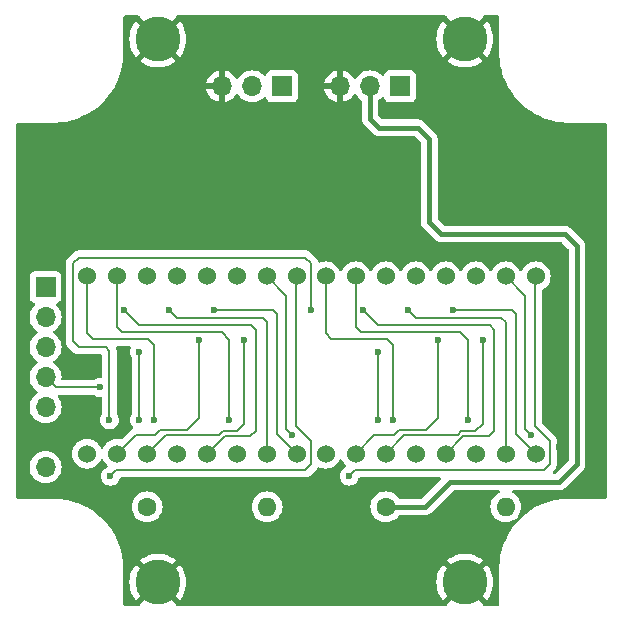
<source format=gtl>
G04 #@! TF.GenerationSoftware,KiCad,Pcbnew,8.0.2*
G04 #@! TF.CreationDate,2024-08-16T15:41:43+09:00*
G04 #@! TF.ProjectId,compatible_chan-v0-led,636f6d70-6174-4696-926c-655f6368616e,rev?*
G04 #@! TF.SameCoordinates,Original*
G04 #@! TF.FileFunction,Copper,L1,Top*
G04 #@! TF.FilePolarity,Positive*
%FSLAX46Y46*%
G04 Gerber Fmt 4.6, Leading zero omitted, Abs format (unit mm)*
G04 Created by KiCad (PCBNEW 8.0.2) date 2024-08-16 15:41:43*
%MOMM*%
%LPD*%
G01*
G04 APERTURE LIST*
G04 #@! TA.AperFunction,ComponentPad*
%ADD10C,3.800000*%
G04 #@! TD*
G04 #@! TA.AperFunction,ComponentPad*
%ADD11C,1.524000*%
G04 #@! TD*
G04 #@! TA.AperFunction,ComponentPad*
%ADD12C,1.600000*%
G04 #@! TD*
G04 #@! TA.AperFunction,ComponentPad*
%ADD13O,1.600000X1.600000*%
G04 #@! TD*
G04 #@! TA.AperFunction,ComponentPad*
%ADD14R,1.700000X1.700000*%
G04 #@! TD*
G04 #@! TA.AperFunction,ComponentPad*
%ADD15O,1.700000X1.700000*%
G04 #@! TD*
G04 #@! TA.AperFunction,ViaPad*
%ADD16C,0.600000*%
G04 #@! TD*
G04 #@! TA.AperFunction,Conductor*
%ADD17C,0.200000*%
G04 #@! TD*
G04 #@! TA.AperFunction,Conductor*
%ADD18C,0.400000*%
G04 #@! TD*
G04 APERTURE END LIST*
D10*
X82000000Y-93500000D03*
D11*
X113990000Y-67600000D03*
X111450000Y-67600000D03*
X108910000Y-67600000D03*
X106370000Y-67600000D03*
X103830000Y-67600000D03*
X101290000Y-67600000D03*
X98750000Y-67600000D03*
X96210000Y-67600000D03*
X96210000Y-82600000D03*
X98750000Y-82600000D03*
X101290000Y-82600000D03*
X103830000Y-82600000D03*
X106370000Y-82600000D03*
X108910000Y-82600000D03*
X111450000Y-82600000D03*
X113990000Y-82600000D03*
D10*
X82000000Y-47500000D03*
X108000000Y-47500000D03*
D12*
X101300000Y-87100000D03*
D13*
X111460000Y-87100000D03*
D10*
X108000000Y-93500000D03*
D11*
X93790000Y-67600000D03*
X91250000Y-67600000D03*
X88710000Y-67600000D03*
X86170000Y-67600000D03*
X83630000Y-67600000D03*
X81090000Y-67600000D03*
X78550000Y-67600000D03*
X76010000Y-67600000D03*
X76010000Y-82600000D03*
X78550000Y-82600000D03*
X81090000Y-82600000D03*
X83630000Y-82600000D03*
X86170000Y-82600000D03*
X88710000Y-82600000D03*
X91250000Y-82600000D03*
X93790000Y-82600000D03*
D12*
X81100000Y-87100000D03*
D13*
X91260000Y-87100000D03*
D14*
X102500000Y-51500000D03*
D15*
X99960000Y-51500000D03*
X97420000Y-51500000D03*
D14*
X92525000Y-51500000D03*
D15*
X89985000Y-51500000D03*
X87445000Y-51500000D03*
D14*
X72500000Y-68500000D03*
D15*
X72500000Y-71040000D03*
X72500000Y-73580000D03*
X72500000Y-76120000D03*
X72500000Y-78660000D03*
X72500000Y-81200000D03*
X72500000Y-83740000D03*
D16*
X100000000Y-59500000D03*
X106000000Y-65500000D03*
X103000000Y-47000000D03*
X77500000Y-56000000D03*
X115500000Y-62500000D03*
X75000000Y-79500000D03*
X97500000Y-65500000D03*
X87000000Y-94000000D03*
X99000000Y-94000000D03*
X103000000Y-94000000D03*
X86000000Y-56000000D03*
X116000000Y-82000000D03*
X77500000Y-61000000D03*
X86000000Y-58500000D03*
X99000000Y-91000000D03*
X86000000Y-61000000D03*
X79000000Y-75000000D03*
X119000000Y-68000000D03*
X119000000Y-73000000D03*
X118000000Y-59500000D03*
X116000000Y-73000000D03*
X100000000Y-65500000D03*
X72500000Y-58500000D03*
X79000000Y-74000000D03*
X107400000Y-87000000D03*
X95000000Y-47000000D03*
X95000000Y-94000000D03*
X116000000Y-78000000D03*
X91000000Y-47000000D03*
X75000000Y-81000000D03*
X103500000Y-59500000D03*
X118000000Y-62500000D03*
X112000000Y-65500000D03*
X91000000Y-94000000D03*
X95000000Y-86000000D03*
X90500000Y-56000000D03*
X75000000Y-56000000D03*
X119000000Y-85000000D03*
X88500000Y-56000000D03*
X119000000Y-82000000D03*
X71000000Y-82000000D03*
X103500000Y-62500000D03*
X115500000Y-59500000D03*
X100000000Y-62500000D03*
X77500000Y-58500000D03*
X95000000Y-55500000D03*
X119000000Y-78000000D03*
X103000000Y-91000000D03*
X97500000Y-62500000D03*
X75000000Y-58500000D03*
X87000000Y-91000000D03*
X115500000Y-56500000D03*
X91000000Y-91000000D03*
X109000000Y-65500000D03*
X72500000Y-61000000D03*
X118000000Y-56500000D03*
X99000000Y-47000000D03*
X97500000Y-55500000D03*
X95000000Y-91000000D03*
X75000000Y-61000000D03*
X71000000Y-80500000D03*
X87100000Y-87000000D03*
X95000000Y-62500000D03*
X72500000Y-56000000D03*
X87000000Y-47000000D03*
X79185000Y-70450000D03*
X78000000Y-84500000D03*
X82995000Y-70450000D03*
X86805000Y-70450000D03*
X89345000Y-73000000D03*
X81725000Y-79750000D03*
X88075000Y-79750000D03*
X80455000Y-79750000D03*
X80455000Y-74000000D03*
X85535000Y-73000000D03*
X93400000Y-81000000D03*
X109545000Y-73000000D03*
X107005000Y-70450000D03*
X105735000Y-73000000D03*
X108275000Y-79750000D03*
X101925000Y-79750000D03*
X100655000Y-74000000D03*
X100655000Y-79750000D03*
X113600000Y-81000000D03*
X99385000Y-70450000D03*
X98200000Y-84500000D03*
X103195000Y-70450000D03*
X77915000Y-79750000D03*
X95000000Y-70450000D03*
X77100000Y-77000000D03*
D17*
X89900000Y-71700000D02*
X80435000Y-71700000D01*
X80435000Y-71700000D02*
X79185000Y-70450000D01*
X90300000Y-72100000D02*
X89900000Y-71700000D01*
X89850000Y-81100000D02*
X90300000Y-80650000D01*
X90300000Y-80650000D02*
X90300000Y-72100000D01*
X87670000Y-81100000D02*
X89850000Y-81100000D01*
X86170000Y-82600000D02*
X87670000Y-81100000D01*
X86170000Y-82070000D02*
X86170000Y-82600000D01*
X95000000Y-81525736D02*
X93700000Y-80225736D01*
X94500000Y-84000000D02*
X95000000Y-83500000D01*
X78500000Y-84000000D02*
X94500000Y-84000000D01*
X95000000Y-83500000D02*
X95000000Y-81525736D01*
X93700000Y-67690000D02*
X93790000Y-67600000D01*
X93700000Y-80225736D02*
X93700000Y-67690000D01*
X78000000Y-84500000D02*
X78500000Y-84000000D01*
X91250000Y-82600000D02*
X91250000Y-71450000D01*
X91250000Y-71450000D02*
X90900000Y-71100000D01*
X90900000Y-71100000D02*
X83645000Y-71100000D01*
X83645000Y-71100000D02*
X82995000Y-70450000D01*
X92100000Y-70750000D02*
X91800000Y-70450000D01*
X92100000Y-80910000D02*
X92100000Y-70750000D01*
X93790000Y-82600000D02*
X92100000Y-80910000D01*
X91800000Y-70450000D02*
X86805000Y-70450000D01*
X89345000Y-73000000D02*
X89345000Y-80055000D01*
X89345000Y-80055000D02*
X88700000Y-80700000D01*
X88700000Y-80700000D02*
X87504314Y-80700000D01*
X87204314Y-81000000D02*
X82690000Y-81000000D01*
X82690000Y-81000000D02*
X81090000Y-82600000D01*
X87504314Y-80700000D02*
X87204314Y-81000000D01*
X76010000Y-67600000D02*
X76010000Y-72410000D01*
X76010000Y-72410000D02*
X76500000Y-72900000D01*
X81200000Y-72900000D02*
X81725000Y-73425000D01*
X76500000Y-72900000D02*
X81200000Y-72900000D01*
X81725000Y-73425000D02*
X81725000Y-79750000D01*
X79000000Y-72300000D02*
X78550000Y-71850000D01*
X87400000Y-72300000D02*
X79000000Y-72300000D01*
X88075000Y-79750000D02*
X88075000Y-72975000D01*
X88075000Y-72975000D02*
X87400000Y-72300000D01*
X78550000Y-71850000D02*
X78550000Y-67600000D01*
X80455000Y-74000000D02*
X80455000Y-79750000D01*
X80150000Y-81000000D02*
X78550000Y-82600000D01*
X81800000Y-81000000D02*
X80150000Y-81000000D01*
X82200000Y-80600000D02*
X81800000Y-81000000D01*
X84500000Y-80600000D02*
X82200000Y-80600000D01*
X85535000Y-73000000D02*
X85535000Y-79565000D01*
X85535000Y-79565000D02*
X84500000Y-80600000D01*
X92900000Y-69250000D02*
X91250000Y-67600000D01*
X92900000Y-80500000D02*
X92900000Y-69250000D01*
X93400000Y-81000000D02*
X92900000Y-80500000D01*
X102890000Y-81000000D02*
X101290000Y-82600000D01*
X107404314Y-81000000D02*
X102890000Y-81000000D01*
X109545000Y-80055000D02*
X108900000Y-80700000D01*
X107704314Y-80700000D02*
X107404314Y-81000000D01*
X108900000Y-80700000D02*
X107704314Y-80700000D01*
X109545000Y-73000000D02*
X109545000Y-80055000D01*
X113990000Y-82600000D02*
X112300000Y-80910000D01*
X112300000Y-80910000D02*
X112300000Y-70750000D01*
X112000000Y-70450000D02*
X107005000Y-70450000D01*
X112300000Y-70750000D02*
X112000000Y-70450000D01*
X113990000Y-82600000D02*
X114000000Y-82590000D01*
X102000000Y-81000000D02*
X100350000Y-81000000D01*
X105735000Y-73000000D02*
X105735000Y-79565000D01*
X104700000Y-80600000D02*
X102400000Y-80600000D01*
X102400000Y-80600000D02*
X102000000Y-81000000D01*
X105735000Y-79565000D02*
X104700000Y-80600000D01*
X100350000Y-81000000D02*
X98750000Y-82600000D01*
X98750000Y-71850000D02*
X98750000Y-67600000D01*
X108275000Y-79750000D02*
X108275000Y-72975000D01*
X107600000Y-72300000D02*
X99200000Y-72300000D01*
X108275000Y-72975000D02*
X107600000Y-72300000D01*
X99200000Y-72300000D02*
X98750000Y-71850000D01*
X101925000Y-73425000D02*
X101925000Y-79750000D01*
X101400000Y-72900000D02*
X101925000Y-73425000D01*
X96700000Y-72900000D02*
X101400000Y-72900000D01*
X96210000Y-67600000D02*
X96210000Y-72410000D01*
X96210000Y-72410000D02*
X96700000Y-72900000D01*
X104155000Y-67600000D02*
X103830000Y-67600000D01*
X100655000Y-74000000D02*
X100655000Y-79750000D01*
X113100000Y-80500000D02*
X113100000Y-69250000D01*
X113600000Y-81000000D02*
X113100000Y-80500000D01*
X113100000Y-69250000D02*
X111450000Y-67600000D01*
X110500000Y-80650000D02*
X110500000Y-72100000D01*
X106370000Y-82600000D02*
X107870000Y-81100000D01*
X100635000Y-71700000D02*
X99385000Y-70450000D01*
X110500000Y-72100000D02*
X110100000Y-71700000D01*
X107870000Y-81100000D02*
X110050000Y-81100000D01*
X110050000Y-81100000D02*
X110500000Y-80650000D01*
X106370000Y-82121471D02*
X106370000Y-82600000D01*
X110100000Y-71700000D02*
X100635000Y-71700000D01*
X115200000Y-81525736D02*
X113900000Y-80225736D01*
X98200000Y-84500000D02*
X98700000Y-84000000D01*
X115200000Y-83500000D02*
X115200000Y-81525736D01*
X98700000Y-84000000D02*
X114700000Y-84000000D01*
X113900000Y-80225736D02*
X113900000Y-67690000D01*
X114700000Y-84000000D02*
X115200000Y-83500000D01*
X113900000Y-67690000D02*
X113990000Y-67600000D01*
X111100000Y-71100000D02*
X103845000Y-71100000D01*
X111450000Y-82600000D02*
X111450000Y-71450000D01*
X103845000Y-71100000D02*
X103195000Y-70450000D01*
X111450000Y-71450000D02*
X111100000Y-71100000D01*
D18*
X99960000Y-51500000D02*
X99960000Y-54230000D01*
X100730000Y-55000000D02*
X104000000Y-55000000D01*
X99960000Y-54230000D02*
X100730000Y-55000000D01*
X106750000Y-85000000D02*
X104650000Y-87100000D01*
X104000000Y-55000000D02*
X105000000Y-56000000D01*
X104650000Y-87100000D02*
X101300000Y-87100000D01*
X105000000Y-63000000D02*
X106000000Y-64000000D01*
X106000000Y-64000000D02*
X116500000Y-64000000D01*
X105000000Y-56000000D02*
X105000000Y-63000000D01*
X116500000Y-64000000D02*
X117500000Y-65000000D01*
X116000000Y-85000000D02*
X106750000Y-85000000D01*
D17*
X72500000Y-83740000D02*
X72500000Y-84300000D01*
D18*
X117500000Y-65000000D02*
X117500000Y-83500000D01*
X117500000Y-83500000D02*
X116000000Y-85000000D01*
D17*
X72500000Y-83740000D02*
X72340000Y-83740000D01*
X74800000Y-66500000D02*
X75300000Y-66000000D01*
X75300000Y-66000000D02*
X94500000Y-66000000D01*
X94500000Y-66000000D02*
X95000000Y-66500000D01*
X77600000Y-73600000D02*
X75300000Y-73600000D01*
X77915000Y-79750000D02*
X77915000Y-73915000D01*
X95000000Y-66500000D02*
X95000000Y-70450000D01*
X74800000Y-73100000D02*
X74800000Y-66500000D01*
X75300000Y-73600000D02*
X74800000Y-73100000D01*
X77915000Y-73915000D02*
X77600000Y-73600000D01*
X73380000Y-77000000D02*
X72500000Y-76120000D01*
X77100000Y-77000000D02*
X73380000Y-77000000D01*
X102525000Y-51525000D02*
X102500000Y-51500000D01*
G04 #@! TA.AperFunction,Conductor*
G36*
X80429890Y-45520185D02*
G01*
X80475645Y-45572989D01*
X80486187Y-45632634D01*
X81417262Y-46563709D01*
X81283398Y-46660967D01*
X81160967Y-46783398D01*
X81063709Y-46917262D01*
X80135311Y-45988864D01*
X80054520Y-46086525D01*
X80054518Y-46086528D01*
X79892707Y-46341502D01*
X79892704Y-46341508D01*
X79764127Y-46614747D01*
X79764125Y-46614752D01*
X79670805Y-46901959D01*
X79614216Y-47198609D01*
X79614215Y-47198616D01*
X79595255Y-47499994D01*
X79595255Y-47500005D01*
X79614215Y-47801383D01*
X79614216Y-47801390D01*
X79670805Y-48098040D01*
X79764125Y-48385247D01*
X79764127Y-48385252D01*
X79892704Y-48658491D01*
X79892707Y-48658497D01*
X80054516Y-48913469D01*
X80135311Y-49011133D01*
X81063708Y-48082736D01*
X81160967Y-48216602D01*
X81283398Y-48339033D01*
X81417262Y-48436290D01*
X80486564Y-49366987D01*
X80486565Y-49366989D01*
X80711461Y-49530385D01*
X80711479Y-49530397D01*
X80976109Y-49675878D01*
X80976117Y-49675882D01*
X81256889Y-49787047D01*
X81256892Y-49787048D01*
X81549399Y-49862150D01*
X81848995Y-49899999D01*
X81849007Y-49900000D01*
X82150993Y-49900000D01*
X82151004Y-49899999D01*
X82450600Y-49862150D01*
X82743107Y-49787048D01*
X82743110Y-49787047D01*
X83023882Y-49675882D01*
X83023890Y-49675878D01*
X83288520Y-49530397D01*
X83288530Y-49530390D01*
X83513433Y-49366987D01*
X83513434Y-49366987D01*
X82582737Y-48436290D01*
X82716602Y-48339033D01*
X82839033Y-48216602D01*
X82936290Y-48082737D01*
X83864687Y-49011134D01*
X83945486Y-48913464D01*
X84107292Y-48658497D01*
X84107295Y-48658491D01*
X84235872Y-48385252D01*
X84235874Y-48385247D01*
X84329194Y-48098040D01*
X84385783Y-47801390D01*
X84385784Y-47801383D01*
X84404745Y-47500005D01*
X84404745Y-47499994D01*
X84385784Y-47198616D01*
X84385783Y-47198609D01*
X84329194Y-46901959D01*
X84235874Y-46614752D01*
X84235872Y-46614747D01*
X84107295Y-46341508D01*
X84107292Y-46341502D01*
X83945483Y-46086530D01*
X83864686Y-45988864D01*
X82936289Y-46917261D01*
X82839033Y-46783398D01*
X82716602Y-46660967D01*
X82582736Y-46563709D01*
X83513878Y-45632567D01*
X83527895Y-45565851D01*
X83576946Y-45516095D01*
X83637148Y-45500500D01*
X106362851Y-45500500D01*
X106429890Y-45520185D01*
X106475645Y-45572989D01*
X106486187Y-45632634D01*
X107417262Y-46563709D01*
X107283398Y-46660967D01*
X107160967Y-46783398D01*
X107063709Y-46917262D01*
X106135311Y-45988864D01*
X106054520Y-46086525D01*
X106054518Y-46086528D01*
X105892707Y-46341502D01*
X105892704Y-46341508D01*
X105764127Y-46614747D01*
X105764125Y-46614752D01*
X105670805Y-46901959D01*
X105614216Y-47198609D01*
X105614215Y-47198616D01*
X105595255Y-47499994D01*
X105595255Y-47500005D01*
X105614215Y-47801383D01*
X105614216Y-47801390D01*
X105670805Y-48098040D01*
X105764125Y-48385247D01*
X105764127Y-48385252D01*
X105892704Y-48658491D01*
X105892707Y-48658497D01*
X106054516Y-48913469D01*
X106135311Y-49011133D01*
X107063708Y-48082736D01*
X107160967Y-48216602D01*
X107283398Y-48339033D01*
X107417262Y-48436290D01*
X106486564Y-49366987D01*
X106486565Y-49366989D01*
X106711461Y-49530385D01*
X106711479Y-49530397D01*
X106976109Y-49675878D01*
X106976117Y-49675882D01*
X107256889Y-49787047D01*
X107256892Y-49787048D01*
X107549399Y-49862150D01*
X107848995Y-49899999D01*
X107849007Y-49900000D01*
X108150993Y-49900000D01*
X108151004Y-49899999D01*
X108450600Y-49862150D01*
X108743107Y-49787048D01*
X108743110Y-49787047D01*
X109023882Y-49675882D01*
X109023890Y-49675878D01*
X109288520Y-49530397D01*
X109288530Y-49530390D01*
X109513433Y-49366987D01*
X109513434Y-49366987D01*
X108582737Y-48436290D01*
X108716602Y-48339033D01*
X108839033Y-48216602D01*
X108936290Y-48082737D01*
X109864687Y-49011134D01*
X109945486Y-48913464D01*
X110107292Y-48658497D01*
X110107295Y-48658491D01*
X110235872Y-48385252D01*
X110235874Y-48385247D01*
X110329194Y-48098040D01*
X110385783Y-47801390D01*
X110385784Y-47801383D01*
X110404745Y-47500005D01*
X110404745Y-47499994D01*
X110385784Y-47198616D01*
X110385783Y-47198609D01*
X110329194Y-46901959D01*
X110235874Y-46614752D01*
X110235872Y-46614747D01*
X110107295Y-46341508D01*
X110107292Y-46341502D01*
X109945483Y-46086530D01*
X109864686Y-45988864D01*
X108936289Y-46917261D01*
X108839033Y-46783398D01*
X108716602Y-46660967D01*
X108582736Y-46563709D01*
X109513878Y-45632567D01*
X109527895Y-45565851D01*
X109576946Y-45516095D01*
X109637148Y-45500500D01*
X110775500Y-45500500D01*
X110842539Y-45520185D01*
X110888294Y-45572989D01*
X110899500Y-45624500D01*
X110899500Y-48835765D01*
X110936495Y-49305827D01*
X111010257Y-49771543D01*
X111032010Y-49862150D01*
X111119385Y-50226097D01*
X111120331Y-50230035D01*
X111151500Y-50325964D01*
X111266036Y-50678472D01*
X111388670Y-50974536D01*
X111446482Y-51114106D01*
X111660548Y-51534234D01*
X111660553Y-51534242D01*
X111660555Y-51534246D01*
X111660558Y-51534252D01*
X111906910Y-51936261D01*
X111906915Y-51936268D01*
X111906917Y-51936271D01*
X112056229Y-52141781D01*
X112184064Y-52317732D01*
X112184075Y-52317746D01*
X112372613Y-52538496D01*
X112490298Y-52676287D01*
X112823713Y-53009702D01*
X113182260Y-53315930D01*
X113563729Y-53593083D01*
X113563733Y-53593085D01*
X113563738Y-53593089D01*
X113965747Y-53839441D01*
X113965752Y-53839443D01*
X113965766Y-53839452D01*
X114385894Y-54053518D01*
X114821522Y-54233961D01*
X114821527Y-54233963D01*
X114911452Y-54263181D01*
X115269965Y-54379669D01*
X115728457Y-54489743D01*
X116194173Y-54563505D01*
X116664240Y-54600500D01*
X116834108Y-54600500D01*
X119875500Y-54600500D01*
X119942539Y-54620185D01*
X119988294Y-54672989D01*
X119999500Y-54724500D01*
X119999500Y-86275500D01*
X119979815Y-86342539D01*
X119927011Y-86388294D01*
X119875500Y-86399500D01*
X116664234Y-86399500D01*
X116194172Y-86436495D01*
X116194171Y-86436495D01*
X115728462Y-86510256D01*
X115728459Y-86510256D01*
X115728457Y-86510257D01*
X115564258Y-86549677D01*
X115269976Y-86620328D01*
X115269970Y-86620329D01*
X115269965Y-86620331D01*
X115269953Y-86620335D01*
X114821527Y-86766036D01*
X114385896Y-86946481D01*
X114385894Y-86946482D01*
X113965766Y-87160548D01*
X113965762Y-87160550D01*
X113965753Y-87160555D01*
X113965747Y-87160558D01*
X113563738Y-87406910D01*
X113563727Y-87406918D01*
X113182267Y-87684064D01*
X113182253Y-87684075D01*
X112823719Y-87990292D01*
X112823705Y-87990305D01*
X112490305Y-88323705D01*
X112490292Y-88323719D01*
X112184075Y-88682253D01*
X112184064Y-88682267D01*
X111906918Y-89063727D01*
X111906910Y-89063738D01*
X111660558Y-89465747D01*
X111660555Y-89465753D01*
X111446481Y-89885896D01*
X111266036Y-90321527D01*
X111130298Y-90739286D01*
X111120331Y-90769965D01*
X111013980Y-91212952D01*
X111010256Y-91228462D01*
X110936495Y-91694171D01*
X110936495Y-91694172D01*
X110899500Y-92164234D01*
X110899500Y-95375500D01*
X110879815Y-95442539D01*
X110827011Y-95488294D01*
X110775500Y-95499500D01*
X109637148Y-95499500D01*
X109570109Y-95479815D01*
X109524354Y-95427011D01*
X109513811Y-95367364D01*
X108582737Y-94436290D01*
X108716602Y-94339033D01*
X108839033Y-94216602D01*
X108936290Y-94082737D01*
X109864687Y-95011134D01*
X109945486Y-94913464D01*
X110107292Y-94658497D01*
X110107295Y-94658491D01*
X110235872Y-94385252D01*
X110235874Y-94385247D01*
X110329194Y-94098040D01*
X110385783Y-93801390D01*
X110385784Y-93801383D01*
X110404745Y-93500005D01*
X110404745Y-93499994D01*
X110385784Y-93198616D01*
X110385783Y-93198609D01*
X110329194Y-92901959D01*
X110235874Y-92614752D01*
X110235872Y-92614747D01*
X110107295Y-92341508D01*
X110107292Y-92341502D01*
X109945483Y-92086530D01*
X109864686Y-91988864D01*
X108936289Y-92917261D01*
X108839033Y-92783398D01*
X108716602Y-92660967D01*
X108582736Y-92563709D01*
X109513434Y-91633011D01*
X109513433Y-91633009D01*
X109288538Y-91469614D01*
X109288520Y-91469602D01*
X109023890Y-91324121D01*
X109023882Y-91324117D01*
X108743110Y-91212952D01*
X108743107Y-91212951D01*
X108450600Y-91137849D01*
X108151004Y-91100000D01*
X107848995Y-91100000D01*
X107549399Y-91137849D01*
X107256892Y-91212951D01*
X107256889Y-91212952D01*
X106976117Y-91324117D01*
X106976109Y-91324121D01*
X106711476Y-91469604D01*
X106711471Y-91469607D01*
X106486565Y-91633010D01*
X106486564Y-91633011D01*
X107417262Y-92563709D01*
X107283398Y-92660967D01*
X107160967Y-92783398D01*
X107063709Y-92917262D01*
X106135311Y-91988864D01*
X106054520Y-92086525D01*
X106054518Y-92086528D01*
X105892707Y-92341502D01*
X105892704Y-92341508D01*
X105764127Y-92614747D01*
X105764125Y-92614752D01*
X105670805Y-92901959D01*
X105614216Y-93198609D01*
X105614215Y-93198616D01*
X105595255Y-93499994D01*
X105595255Y-93500005D01*
X105614215Y-93801383D01*
X105614216Y-93801390D01*
X105670805Y-94098040D01*
X105764125Y-94385247D01*
X105764127Y-94385252D01*
X105892704Y-94658491D01*
X105892707Y-94658497D01*
X106054516Y-94913469D01*
X106135311Y-95011133D01*
X107063708Y-94082736D01*
X107160967Y-94216602D01*
X107283398Y-94339033D01*
X107417262Y-94436290D01*
X106486120Y-95367431D01*
X106472104Y-95434149D01*
X106423053Y-95483905D01*
X106362851Y-95499500D01*
X83637148Y-95499500D01*
X83570109Y-95479815D01*
X83524354Y-95427011D01*
X83513811Y-95367364D01*
X82582737Y-94436290D01*
X82716602Y-94339033D01*
X82839033Y-94216602D01*
X82936290Y-94082737D01*
X83864687Y-95011134D01*
X83945486Y-94913464D01*
X84107292Y-94658497D01*
X84107295Y-94658491D01*
X84235872Y-94385252D01*
X84235874Y-94385247D01*
X84329194Y-94098040D01*
X84385783Y-93801390D01*
X84385784Y-93801383D01*
X84404745Y-93500005D01*
X84404745Y-93499994D01*
X84385784Y-93198616D01*
X84385783Y-93198609D01*
X84329194Y-92901959D01*
X84235874Y-92614752D01*
X84235872Y-92614747D01*
X84107295Y-92341508D01*
X84107292Y-92341502D01*
X83945483Y-92086530D01*
X83864686Y-91988864D01*
X82936289Y-92917261D01*
X82839033Y-92783398D01*
X82716602Y-92660967D01*
X82582736Y-92563709D01*
X83513434Y-91633011D01*
X83513433Y-91633009D01*
X83288538Y-91469614D01*
X83288520Y-91469602D01*
X83023890Y-91324121D01*
X83023882Y-91324117D01*
X82743110Y-91212952D01*
X82743107Y-91212951D01*
X82450600Y-91137849D01*
X82151004Y-91100000D01*
X81848995Y-91100000D01*
X81549399Y-91137849D01*
X81256892Y-91212951D01*
X81256889Y-91212952D01*
X80976117Y-91324117D01*
X80976109Y-91324121D01*
X80711476Y-91469604D01*
X80711471Y-91469607D01*
X80486565Y-91633010D01*
X80486564Y-91633011D01*
X81417262Y-92563709D01*
X81283398Y-92660967D01*
X81160967Y-92783398D01*
X81063709Y-92917262D01*
X80135311Y-91988864D01*
X80054520Y-92086525D01*
X80054518Y-92086528D01*
X79892707Y-92341502D01*
X79892704Y-92341508D01*
X79764127Y-92614747D01*
X79764125Y-92614752D01*
X79670805Y-92901959D01*
X79614216Y-93198609D01*
X79614215Y-93198616D01*
X79595255Y-93499994D01*
X79595255Y-93500005D01*
X79614215Y-93801383D01*
X79614216Y-93801390D01*
X79670805Y-94098040D01*
X79764125Y-94385247D01*
X79764127Y-94385252D01*
X79892704Y-94658491D01*
X79892707Y-94658497D01*
X80054516Y-94913469D01*
X80135311Y-95011133D01*
X81063708Y-94082736D01*
X81160967Y-94216602D01*
X81283398Y-94339033D01*
X81417262Y-94436290D01*
X80486120Y-95367431D01*
X80472104Y-95434149D01*
X80423053Y-95483905D01*
X80362851Y-95499500D01*
X79224500Y-95499500D01*
X79157461Y-95479815D01*
X79111706Y-95427011D01*
X79100500Y-95375500D01*
X79100500Y-92164247D01*
X79100500Y-92164240D01*
X79063505Y-91694173D01*
X78989743Y-91228457D01*
X78879669Y-90769965D01*
X78733961Y-90321522D01*
X78553518Y-89885894D01*
X78339452Y-89465766D01*
X78339443Y-89465752D01*
X78339441Y-89465747D01*
X78093089Y-89063738D01*
X78093085Y-89063733D01*
X78093083Y-89063729D01*
X77815930Y-88682260D01*
X77509702Y-88323713D01*
X77176287Y-87990298D01*
X77116390Y-87939141D01*
X76817746Y-87684075D01*
X76817732Y-87684064D01*
X76436272Y-87406918D01*
X76436261Y-87406910D01*
X76034252Y-87160558D01*
X76034246Y-87160555D01*
X76034242Y-87160553D01*
X76034234Y-87160548D01*
X75915398Y-87099998D01*
X79794532Y-87099998D01*
X79794532Y-87100001D01*
X79814364Y-87326686D01*
X79814366Y-87326697D01*
X79873258Y-87546488D01*
X79873261Y-87546497D01*
X79969431Y-87752732D01*
X79969432Y-87752734D01*
X80099954Y-87939141D01*
X80260858Y-88100045D01*
X80260861Y-88100047D01*
X80447266Y-88230568D01*
X80653504Y-88326739D01*
X80873308Y-88385635D01*
X81035230Y-88399801D01*
X81099998Y-88405468D01*
X81100000Y-88405468D01*
X81100002Y-88405468D01*
X81156673Y-88400509D01*
X81326692Y-88385635D01*
X81546496Y-88326739D01*
X81752734Y-88230568D01*
X81939139Y-88100047D01*
X82100047Y-87939139D01*
X82230568Y-87752734D01*
X82326739Y-87546496D01*
X82385635Y-87326692D01*
X82405468Y-87100000D01*
X82405468Y-87099998D01*
X89954532Y-87099998D01*
X89954532Y-87100001D01*
X89974364Y-87326686D01*
X89974366Y-87326697D01*
X90033258Y-87546488D01*
X90033261Y-87546497D01*
X90129431Y-87752732D01*
X90129432Y-87752734D01*
X90259954Y-87939141D01*
X90420858Y-88100045D01*
X90420861Y-88100047D01*
X90607266Y-88230568D01*
X90813504Y-88326739D01*
X91033308Y-88385635D01*
X91195230Y-88399801D01*
X91259998Y-88405468D01*
X91260000Y-88405468D01*
X91260002Y-88405468D01*
X91316673Y-88400509D01*
X91486692Y-88385635D01*
X91706496Y-88326739D01*
X91912734Y-88230568D01*
X92099139Y-88100047D01*
X92260047Y-87939139D01*
X92390568Y-87752734D01*
X92486739Y-87546496D01*
X92545635Y-87326692D01*
X92565468Y-87100000D01*
X92545635Y-86873308D01*
X92486739Y-86653504D01*
X92390568Y-86447266D01*
X92260047Y-86260861D01*
X92260045Y-86260858D01*
X92099141Y-86099954D01*
X91912734Y-85969432D01*
X91912732Y-85969431D01*
X91706497Y-85873261D01*
X91706488Y-85873258D01*
X91486697Y-85814366D01*
X91486693Y-85814365D01*
X91486692Y-85814365D01*
X91486691Y-85814364D01*
X91486686Y-85814364D01*
X91260002Y-85794532D01*
X91259998Y-85794532D01*
X91033313Y-85814364D01*
X91033302Y-85814366D01*
X90813511Y-85873258D01*
X90813502Y-85873261D01*
X90607267Y-85969431D01*
X90607265Y-85969432D01*
X90420858Y-86099954D01*
X90259954Y-86260858D01*
X90129432Y-86447265D01*
X90129431Y-86447267D01*
X90033261Y-86653502D01*
X90033258Y-86653511D01*
X89974366Y-86873302D01*
X89974364Y-86873313D01*
X89954532Y-87099998D01*
X82405468Y-87099998D01*
X82385635Y-86873308D01*
X82326739Y-86653504D01*
X82230568Y-86447266D01*
X82100047Y-86260861D01*
X82100045Y-86260858D01*
X81939141Y-86099954D01*
X81752734Y-85969432D01*
X81752732Y-85969431D01*
X81546497Y-85873261D01*
X81546488Y-85873258D01*
X81326697Y-85814366D01*
X81326693Y-85814365D01*
X81326692Y-85814365D01*
X81326691Y-85814364D01*
X81326686Y-85814364D01*
X81100002Y-85794532D01*
X81099998Y-85794532D01*
X80873313Y-85814364D01*
X80873302Y-85814366D01*
X80653511Y-85873258D01*
X80653502Y-85873261D01*
X80447267Y-85969431D01*
X80447265Y-85969432D01*
X80260858Y-86099954D01*
X80099954Y-86260858D01*
X79969432Y-86447265D01*
X79969431Y-86447267D01*
X79873261Y-86653502D01*
X79873258Y-86653511D01*
X79814366Y-86873302D01*
X79814364Y-86873313D01*
X79794532Y-87099998D01*
X75915398Y-87099998D01*
X75614106Y-86946482D01*
X75474536Y-86888670D01*
X75178472Y-86766036D01*
X74859402Y-86662364D01*
X74730035Y-86620331D01*
X74271543Y-86510257D01*
X73805827Y-86436495D01*
X73335765Y-86399500D01*
X73335760Y-86399500D01*
X73165892Y-86399500D01*
X70124500Y-86399500D01*
X70057461Y-86379815D01*
X70011706Y-86327011D01*
X70000500Y-86275500D01*
X70000500Y-83739999D01*
X71144341Y-83739999D01*
X71144341Y-83740000D01*
X71164936Y-83975403D01*
X71164938Y-83975413D01*
X71226094Y-84203655D01*
X71226096Y-84203659D01*
X71226097Y-84203663D01*
X71280696Y-84320750D01*
X71325965Y-84417830D01*
X71325967Y-84417834D01*
X71425217Y-84559576D01*
X71461505Y-84611401D01*
X71628599Y-84778495D01*
X71667456Y-84805703D01*
X71822165Y-84914032D01*
X71822167Y-84914033D01*
X71822170Y-84914035D01*
X72036337Y-85013903D01*
X72264592Y-85075063D01*
X72452918Y-85091539D01*
X72499999Y-85095659D01*
X72500000Y-85095659D01*
X72500001Y-85095659D01*
X72539234Y-85092226D01*
X72735408Y-85075063D01*
X72963663Y-85013903D01*
X73177830Y-84914035D01*
X73371401Y-84778495D01*
X73538495Y-84611401D01*
X73674035Y-84417830D01*
X73773903Y-84203663D01*
X73835063Y-83975408D01*
X73855659Y-83740000D01*
X73835063Y-83504592D01*
X73773903Y-83276337D01*
X73674035Y-83062171D01*
X73653926Y-83033451D01*
X73538494Y-82868597D01*
X73371402Y-82701506D01*
X73371395Y-82701501D01*
X73177834Y-82565967D01*
X73177830Y-82565965D01*
X73177828Y-82565964D01*
X72963663Y-82466097D01*
X72963659Y-82466096D01*
X72963655Y-82466094D01*
X72735413Y-82404938D01*
X72735403Y-82404936D01*
X72500001Y-82384341D01*
X72499999Y-82384341D01*
X72264596Y-82404936D01*
X72264586Y-82404938D01*
X72036344Y-82466094D01*
X72036335Y-82466098D01*
X71822171Y-82565964D01*
X71822169Y-82565965D01*
X71628597Y-82701505D01*
X71461505Y-82868597D01*
X71325965Y-83062169D01*
X71325964Y-83062171D01*
X71226098Y-83276335D01*
X71226094Y-83276344D01*
X71164938Y-83504586D01*
X71164936Y-83504596D01*
X71144341Y-83739999D01*
X70000500Y-83739999D01*
X70000500Y-71039999D01*
X71144341Y-71039999D01*
X71144341Y-71040000D01*
X71164936Y-71275403D01*
X71164938Y-71275413D01*
X71226094Y-71503655D01*
X71226096Y-71503659D01*
X71226097Y-71503663D01*
X71271610Y-71601265D01*
X71325965Y-71717830D01*
X71325967Y-71717834D01*
X71461501Y-71911395D01*
X71461506Y-71911402D01*
X71628597Y-72078493D01*
X71628603Y-72078498D01*
X71814158Y-72208425D01*
X71857783Y-72263002D01*
X71864977Y-72332500D01*
X71833454Y-72394855D01*
X71814158Y-72411575D01*
X71628597Y-72541505D01*
X71461505Y-72708597D01*
X71325965Y-72902169D01*
X71325964Y-72902171D01*
X71226098Y-73116335D01*
X71226094Y-73116344D01*
X71164938Y-73344586D01*
X71164936Y-73344596D01*
X71144341Y-73579999D01*
X71144341Y-73580000D01*
X71164936Y-73815403D01*
X71164938Y-73815413D01*
X71226094Y-74043655D01*
X71226096Y-74043659D01*
X71226097Y-74043663D01*
X71280149Y-74159577D01*
X71325965Y-74257830D01*
X71325967Y-74257834D01*
X71461501Y-74451395D01*
X71461506Y-74451402D01*
X71628597Y-74618493D01*
X71628603Y-74618498D01*
X71814158Y-74748425D01*
X71857783Y-74803002D01*
X71864977Y-74872500D01*
X71833454Y-74934855D01*
X71814158Y-74951575D01*
X71628597Y-75081505D01*
X71461505Y-75248597D01*
X71325965Y-75442169D01*
X71325964Y-75442171D01*
X71226098Y-75656335D01*
X71226094Y-75656344D01*
X71164938Y-75884586D01*
X71164936Y-75884596D01*
X71144341Y-76119999D01*
X71144341Y-76120000D01*
X71164936Y-76355403D01*
X71164938Y-76355413D01*
X71226094Y-76583655D01*
X71226096Y-76583659D01*
X71226097Y-76583663D01*
X71325965Y-76797830D01*
X71325967Y-76797834D01*
X71461501Y-76991395D01*
X71461506Y-76991402D01*
X71628597Y-77158493D01*
X71628603Y-77158498D01*
X71814158Y-77288425D01*
X71857783Y-77343002D01*
X71864977Y-77412500D01*
X71833454Y-77474855D01*
X71814158Y-77491575D01*
X71628597Y-77621505D01*
X71461505Y-77788597D01*
X71325965Y-77982169D01*
X71325964Y-77982171D01*
X71226098Y-78196335D01*
X71226094Y-78196344D01*
X71164938Y-78424586D01*
X71164936Y-78424596D01*
X71144341Y-78659999D01*
X71144341Y-78660000D01*
X71164936Y-78895403D01*
X71164938Y-78895413D01*
X71226094Y-79123655D01*
X71226096Y-79123659D01*
X71226097Y-79123663D01*
X71313405Y-79310894D01*
X71325965Y-79337830D01*
X71325967Y-79337834D01*
X71424344Y-79478330D01*
X71461505Y-79531401D01*
X71628599Y-79698495D01*
X71702150Y-79749996D01*
X71822165Y-79834032D01*
X71822167Y-79834033D01*
X71822170Y-79834035D01*
X72036337Y-79933903D01*
X72264592Y-79995063D01*
X72452918Y-80011539D01*
X72499999Y-80015659D01*
X72500000Y-80015659D01*
X72500001Y-80015659D01*
X72539234Y-80012226D01*
X72735408Y-79995063D01*
X72963663Y-79933903D01*
X73177830Y-79834035D01*
X73371401Y-79698495D01*
X73538495Y-79531401D01*
X73674035Y-79337830D01*
X73773903Y-79123663D01*
X73835063Y-78895408D01*
X73855659Y-78660000D01*
X73835063Y-78424592D01*
X73773903Y-78196337D01*
X73674035Y-77982171D01*
X73630610Y-77920153D01*
X73543414Y-77795623D01*
X73521087Y-77729417D01*
X73538097Y-77661650D01*
X73589045Y-77613837D01*
X73644989Y-77600500D01*
X76517588Y-77600500D01*
X76584627Y-77620185D01*
X76594903Y-77627555D01*
X76597736Y-77629814D01*
X76597738Y-77629816D01*
X76750478Y-77725789D01*
X76885499Y-77773035D01*
X76920745Y-77785368D01*
X76920750Y-77785369D01*
X77099996Y-77805565D01*
X77100000Y-77805565D01*
X77100004Y-77805565D01*
X77176617Y-77796933D01*
X77245439Y-77808988D01*
X77296818Y-77856337D01*
X77314500Y-77920153D01*
X77314500Y-79167587D01*
X77294815Y-79234626D01*
X77287450Y-79244896D01*
X77285186Y-79247734D01*
X77189211Y-79400476D01*
X77129631Y-79570745D01*
X77129630Y-79570750D01*
X77109435Y-79749996D01*
X77109435Y-79750003D01*
X77129630Y-79929249D01*
X77129631Y-79929254D01*
X77189211Y-80099523D01*
X77248762Y-80194297D01*
X77285184Y-80252262D01*
X77412738Y-80379816D01*
X77565478Y-80475789D01*
X77690337Y-80519479D01*
X77735745Y-80535368D01*
X77735750Y-80535369D01*
X77914996Y-80555565D01*
X77915000Y-80555565D01*
X77915004Y-80555565D01*
X78094249Y-80535369D01*
X78094252Y-80535368D01*
X78094255Y-80535368D01*
X78264522Y-80475789D01*
X78417262Y-80379816D01*
X78544816Y-80252262D01*
X78640789Y-80099522D01*
X78700368Y-79929255D01*
X78711097Y-79834032D01*
X78720565Y-79750003D01*
X78720565Y-79749996D01*
X78700369Y-79570750D01*
X78700368Y-79570745D01*
X78668037Y-79478348D01*
X78640789Y-79400478D01*
X78544816Y-79247738D01*
X78544814Y-79247736D01*
X78544813Y-79247734D01*
X78542550Y-79244896D01*
X78541659Y-79242715D01*
X78541111Y-79241842D01*
X78541264Y-79241745D01*
X78516144Y-79180209D01*
X78515500Y-79167587D01*
X78515500Y-73835944D01*
X78515499Y-73835938D01*
X78510949Y-73818959D01*
X78507361Y-73805565D01*
X78474577Y-73683215D01*
X78474575Y-73683212D01*
X78474575Y-73683210D01*
X78471465Y-73675701D01*
X78473636Y-73674801D01*
X78460001Y-73618605D01*
X78482851Y-73552577D01*
X78537770Y-73509384D01*
X78583861Y-73500500D01*
X79606928Y-73500500D01*
X79673967Y-73520185D01*
X79719722Y-73572989D01*
X79729666Y-73642147D01*
X79723970Y-73665454D01*
X79669632Y-73820742D01*
X79669630Y-73820750D01*
X79649435Y-73999996D01*
X79649435Y-74000003D01*
X79669630Y-74179249D01*
X79669631Y-74179254D01*
X79729211Y-74349523D01*
X79825185Y-74502263D01*
X79827445Y-74505097D01*
X79828334Y-74507275D01*
X79828889Y-74508158D01*
X79828734Y-74508255D01*
X79853855Y-74569783D01*
X79854500Y-74582412D01*
X79854500Y-79167587D01*
X79834815Y-79234626D01*
X79827450Y-79244896D01*
X79825186Y-79247734D01*
X79729211Y-79400476D01*
X79669631Y-79570745D01*
X79669630Y-79570750D01*
X79649435Y-79749996D01*
X79649435Y-79750003D01*
X79669630Y-79929249D01*
X79669631Y-79929254D01*
X79729211Y-80099523D01*
X79825184Y-80252262D01*
X79864256Y-80291334D01*
X79897741Y-80352657D01*
X79892757Y-80422349D01*
X79850885Y-80478282D01*
X79838576Y-80486402D01*
X79781284Y-80519479D01*
X78961679Y-81339084D01*
X78900356Y-81372569D01*
X78841906Y-81371178D01*
X78770076Y-81351932D01*
X78770073Y-81351931D01*
X78770068Y-81351930D01*
X78770065Y-81351929D01*
X78770062Y-81351929D01*
X78550002Y-81332677D01*
X78549998Y-81332677D01*
X78329937Y-81351929D01*
X78329929Y-81351930D01*
X78116554Y-81409104D01*
X78116548Y-81409107D01*
X77916340Y-81502465D01*
X77916338Y-81502466D01*
X77735377Y-81629175D01*
X77579175Y-81785377D01*
X77452466Y-81966338D01*
X77452465Y-81966340D01*
X77392382Y-82095189D01*
X77346209Y-82147628D01*
X77279016Y-82166780D01*
X77212135Y-82146564D01*
X77167618Y-82095189D01*
X77107534Y-81966340D01*
X77107533Y-81966338D01*
X76980827Y-81785381D01*
X76909284Y-81713838D01*
X76824620Y-81629174D01*
X76824616Y-81629171D01*
X76824615Y-81629170D01*
X76643666Y-81502468D01*
X76643662Y-81502466D01*
X76610499Y-81487002D01*
X76443450Y-81409106D01*
X76443447Y-81409105D01*
X76443445Y-81409104D01*
X76230070Y-81351930D01*
X76230062Y-81351929D01*
X76010002Y-81332677D01*
X76009998Y-81332677D01*
X75789937Y-81351929D01*
X75789929Y-81351930D01*
X75576554Y-81409104D01*
X75576548Y-81409107D01*
X75376340Y-81502465D01*
X75376338Y-81502466D01*
X75195377Y-81629175D01*
X75039175Y-81785377D01*
X74912466Y-81966338D01*
X74912465Y-81966340D01*
X74819107Y-82166548D01*
X74819104Y-82166554D01*
X74761930Y-82379929D01*
X74761929Y-82379937D01*
X74742677Y-82599997D01*
X74742677Y-82600002D01*
X74761929Y-82820062D01*
X74761930Y-82820070D01*
X74819104Y-83033445D01*
X74819105Y-83033447D01*
X74819106Y-83033450D01*
X74832498Y-83062169D01*
X74912466Y-83233662D01*
X74912468Y-83233666D01*
X75039170Y-83414615D01*
X75039175Y-83414621D01*
X75195378Y-83570824D01*
X75195384Y-83570829D01*
X75376333Y-83697531D01*
X75376335Y-83697532D01*
X75376338Y-83697534D01*
X75576550Y-83790894D01*
X75789932Y-83848070D01*
X75947123Y-83861822D01*
X76009998Y-83867323D01*
X76010000Y-83867323D01*
X76010002Y-83867323D01*
X76065017Y-83862509D01*
X76230068Y-83848070D01*
X76443450Y-83790894D01*
X76643662Y-83697534D01*
X76824620Y-83570826D01*
X76980826Y-83414620D01*
X77107534Y-83233662D01*
X77167618Y-83104811D01*
X77213790Y-83052371D01*
X77280983Y-83033219D01*
X77347865Y-83053435D01*
X77392382Y-83104811D01*
X77452464Y-83233658D01*
X77452468Y-83233666D01*
X77579170Y-83414615D01*
X77579175Y-83414621D01*
X77724493Y-83559939D01*
X77757978Y-83621262D01*
X77752994Y-83690954D01*
X77711122Y-83746887D01*
X77677767Y-83764661D01*
X77650480Y-83774209D01*
X77497737Y-83870184D01*
X77370184Y-83997737D01*
X77274211Y-84150476D01*
X77214631Y-84320745D01*
X77214630Y-84320750D01*
X77194435Y-84499996D01*
X77194435Y-84500003D01*
X77214630Y-84679249D01*
X77214631Y-84679254D01*
X77274211Y-84849523D01*
X77314747Y-84914035D01*
X77370184Y-85002262D01*
X77497738Y-85129816D01*
X77650478Y-85225789D01*
X77820745Y-85285368D01*
X77820750Y-85285369D01*
X77999996Y-85305565D01*
X78000000Y-85305565D01*
X78000004Y-85305565D01*
X78179249Y-85285369D01*
X78179252Y-85285368D01*
X78179255Y-85285368D01*
X78349522Y-85225789D01*
X78502262Y-85129816D01*
X78629816Y-85002262D01*
X78725789Y-84849522D01*
X78783867Y-84683545D01*
X78824589Y-84626769D01*
X78889542Y-84601022D01*
X78900909Y-84600500D01*
X94413331Y-84600500D01*
X94413347Y-84600501D01*
X94420943Y-84600501D01*
X94579054Y-84600501D01*
X94579057Y-84600501D01*
X94731785Y-84559577D01*
X94805289Y-84517139D01*
X94868716Y-84480520D01*
X94980520Y-84368716D01*
X94980521Y-84368714D01*
X95480520Y-83868716D01*
X95521900Y-83797043D01*
X95572466Y-83748828D01*
X95641073Y-83735604D01*
X95681691Y-83746661D01*
X95776543Y-83790891D01*
X95776545Y-83790891D01*
X95776550Y-83790894D01*
X95989932Y-83848070D01*
X96147123Y-83861822D01*
X96209998Y-83867323D01*
X96210000Y-83867323D01*
X96210002Y-83867323D01*
X96265017Y-83862509D01*
X96430068Y-83848070D01*
X96643450Y-83790894D01*
X96843662Y-83697534D01*
X97024620Y-83570826D01*
X97180826Y-83414620D01*
X97307534Y-83233662D01*
X97367618Y-83104811D01*
X97413790Y-83052371D01*
X97480983Y-83033219D01*
X97547865Y-83053435D01*
X97592382Y-83104811D01*
X97652464Y-83233658D01*
X97652468Y-83233666D01*
X97779170Y-83414615D01*
X97779175Y-83414621D01*
X97924493Y-83559939D01*
X97957978Y-83621262D01*
X97952994Y-83690954D01*
X97911122Y-83746887D01*
X97877767Y-83764661D01*
X97850480Y-83774209D01*
X97697737Y-83870184D01*
X97570184Y-83997737D01*
X97474211Y-84150476D01*
X97414631Y-84320745D01*
X97414630Y-84320750D01*
X97394435Y-84499996D01*
X97394435Y-84500003D01*
X97414630Y-84679249D01*
X97414631Y-84679254D01*
X97474211Y-84849523D01*
X97514747Y-84914035D01*
X97570184Y-85002262D01*
X97697738Y-85129816D01*
X97850478Y-85225789D01*
X98020745Y-85285368D01*
X98020750Y-85285369D01*
X98199996Y-85305565D01*
X98200000Y-85305565D01*
X98200004Y-85305565D01*
X98379249Y-85285369D01*
X98379252Y-85285368D01*
X98379255Y-85285368D01*
X98549522Y-85225789D01*
X98702262Y-85129816D01*
X98829816Y-85002262D01*
X98925789Y-84849522D01*
X98983867Y-84683545D01*
X99024589Y-84626769D01*
X99089542Y-84601022D01*
X99100909Y-84600500D01*
X105859482Y-84600500D01*
X105926521Y-84620185D01*
X105972276Y-84672989D01*
X105982220Y-84742147D01*
X105953195Y-84805703D01*
X105947164Y-84812179D01*
X105138568Y-85620775D01*
X104396162Y-86363181D01*
X104334839Y-86396666D01*
X104308481Y-86399500D01*
X102461673Y-86399500D01*
X102394634Y-86379815D01*
X102360098Y-86346623D01*
X102300045Y-86260858D01*
X102139141Y-86099954D01*
X101952734Y-85969432D01*
X101952732Y-85969431D01*
X101746497Y-85873261D01*
X101746488Y-85873258D01*
X101526697Y-85814366D01*
X101526693Y-85814365D01*
X101526692Y-85814365D01*
X101526691Y-85814364D01*
X101526686Y-85814364D01*
X101300002Y-85794532D01*
X101299998Y-85794532D01*
X101073313Y-85814364D01*
X101073302Y-85814366D01*
X100853511Y-85873258D01*
X100853502Y-85873261D01*
X100647267Y-85969431D01*
X100647265Y-85969432D01*
X100460858Y-86099954D01*
X100299954Y-86260858D01*
X100169432Y-86447265D01*
X100169431Y-86447267D01*
X100073261Y-86653502D01*
X100073258Y-86653511D01*
X100014366Y-86873302D01*
X100014364Y-86873313D01*
X99994532Y-87099998D01*
X99994532Y-87100001D01*
X100014364Y-87326686D01*
X100014366Y-87326697D01*
X100073258Y-87546488D01*
X100073261Y-87546497D01*
X100169431Y-87752732D01*
X100169432Y-87752734D01*
X100299954Y-87939141D01*
X100460858Y-88100045D01*
X100460861Y-88100047D01*
X100647266Y-88230568D01*
X100853504Y-88326739D01*
X101073308Y-88385635D01*
X101235230Y-88399801D01*
X101299998Y-88405468D01*
X101300000Y-88405468D01*
X101300002Y-88405468D01*
X101356673Y-88400509D01*
X101526692Y-88385635D01*
X101746496Y-88326739D01*
X101952734Y-88230568D01*
X102139139Y-88100047D01*
X102300047Y-87939139D01*
X102360098Y-87853377D01*
X102414675Y-87809752D01*
X102461673Y-87800500D01*
X104718996Y-87800500D01*
X104810040Y-87782389D01*
X104854328Y-87773580D01*
X104918069Y-87747177D01*
X104981807Y-87720777D01*
X104981808Y-87720776D01*
X104981811Y-87720775D01*
X105096543Y-87644114D01*
X107003837Y-85736818D01*
X107065160Y-85703334D01*
X107091518Y-85700500D01*
X110824665Y-85700500D01*
X110891704Y-85720185D01*
X110937459Y-85772989D01*
X110947403Y-85842147D01*
X110918378Y-85905703D01*
X110877071Y-85936881D01*
X110849101Y-85949923D01*
X110807267Y-85969431D01*
X110807265Y-85969432D01*
X110620858Y-86099954D01*
X110459954Y-86260858D01*
X110329432Y-86447265D01*
X110329431Y-86447267D01*
X110233261Y-86653502D01*
X110233258Y-86653511D01*
X110174366Y-86873302D01*
X110174364Y-86873313D01*
X110154532Y-87099998D01*
X110154532Y-87100001D01*
X110174364Y-87326686D01*
X110174366Y-87326697D01*
X110233258Y-87546488D01*
X110233261Y-87546497D01*
X110329431Y-87752732D01*
X110329432Y-87752734D01*
X110459954Y-87939141D01*
X110620858Y-88100045D01*
X110620861Y-88100047D01*
X110807266Y-88230568D01*
X111013504Y-88326739D01*
X111233308Y-88385635D01*
X111395230Y-88399801D01*
X111459998Y-88405468D01*
X111460000Y-88405468D01*
X111460002Y-88405468D01*
X111516673Y-88400509D01*
X111686692Y-88385635D01*
X111906496Y-88326739D01*
X112112734Y-88230568D01*
X112299139Y-88100047D01*
X112460047Y-87939139D01*
X112590568Y-87752734D01*
X112686739Y-87546496D01*
X112745635Y-87326692D01*
X112765468Y-87100000D01*
X112745635Y-86873308D01*
X112686739Y-86653504D01*
X112590568Y-86447266D01*
X112460047Y-86260861D01*
X112460045Y-86260858D01*
X112299141Y-86099954D01*
X112112734Y-85969432D01*
X112112732Y-85969431D01*
X112101644Y-85964260D01*
X112042929Y-85936881D01*
X111990491Y-85890710D01*
X111971339Y-85823516D01*
X111991555Y-85756635D01*
X112044720Y-85711300D01*
X112095335Y-85700500D01*
X116068996Y-85700500D01*
X116160040Y-85682389D01*
X116204328Y-85673580D01*
X116268069Y-85647177D01*
X116331807Y-85620777D01*
X116331808Y-85620776D01*
X116331811Y-85620775D01*
X116446543Y-85544114D01*
X118044113Y-83946543D01*
X118052727Y-83933651D01*
X118061221Y-83920941D01*
X118096117Y-83868714D01*
X118120775Y-83831811D01*
X118158804Y-83740000D01*
X118173580Y-83704329D01*
X118182210Y-83660943D01*
X118200135Y-83570829D01*
X118200500Y-83568995D01*
X118200500Y-64931004D01*
X118173581Y-64795677D01*
X118173580Y-64795676D01*
X118173580Y-64795672D01*
X118173578Y-64795667D01*
X118120778Y-64668195D01*
X118120774Y-64668188D01*
X118089095Y-64620777D01*
X118089094Y-64620775D01*
X118044114Y-64553457D01*
X118044112Y-64553454D01*
X116946545Y-63455887D01*
X116831807Y-63379222D01*
X116704332Y-63326421D01*
X116704322Y-63326418D01*
X116568996Y-63299500D01*
X116568994Y-63299500D01*
X116568993Y-63299500D01*
X106341519Y-63299500D01*
X106274480Y-63279815D01*
X106253838Y-63263181D01*
X105736819Y-62746162D01*
X105703334Y-62684839D01*
X105700500Y-62658481D01*
X105700500Y-55931004D01*
X105673581Y-55795677D01*
X105673580Y-55795676D01*
X105673580Y-55795672D01*
X105673578Y-55795667D01*
X105620778Y-55668195D01*
X105620774Y-55668188D01*
X105609762Y-55651707D01*
X105589094Y-55620775D01*
X105544114Y-55553457D01*
X105544112Y-55553454D01*
X104446545Y-54455887D01*
X104331807Y-54379222D01*
X104204332Y-54326421D01*
X104204322Y-54326418D01*
X104068996Y-54299500D01*
X104068994Y-54299500D01*
X104068993Y-54299500D01*
X101071518Y-54299500D01*
X101004479Y-54279815D01*
X100983837Y-54263181D01*
X100696819Y-53976162D01*
X100663334Y-53914839D01*
X100660500Y-53888481D01*
X100660500Y-52722711D01*
X100680185Y-52655672D01*
X100713377Y-52621136D01*
X100754519Y-52592328D01*
X100831401Y-52538495D01*
X100953329Y-52416566D01*
X101014648Y-52383084D01*
X101084340Y-52388068D01*
X101140274Y-52429939D01*
X101157189Y-52460917D01*
X101206202Y-52592328D01*
X101206206Y-52592335D01*
X101292452Y-52707544D01*
X101292455Y-52707547D01*
X101407664Y-52793793D01*
X101407671Y-52793797D01*
X101542517Y-52844091D01*
X101542516Y-52844091D01*
X101549444Y-52844835D01*
X101602127Y-52850500D01*
X103397872Y-52850499D01*
X103457483Y-52844091D01*
X103592331Y-52793796D01*
X103707546Y-52707546D01*
X103793796Y-52592331D01*
X103844091Y-52457483D01*
X103850500Y-52397873D01*
X103850499Y-50602128D01*
X103844091Y-50542517D01*
X103842810Y-50539083D01*
X103793797Y-50407671D01*
X103793793Y-50407664D01*
X103707547Y-50292455D01*
X103707544Y-50292452D01*
X103592335Y-50206206D01*
X103592328Y-50206202D01*
X103457482Y-50155908D01*
X103457483Y-50155908D01*
X103397883Y-50149501D01*
X103397881Y-50149500D01*
X103397873Y-50149500D01*
X103397864Y-50149500D01*
X101602129Y-50149500D01*
X101602123Y-50149501D01*
X101542516Y-50155908D01*
X101407671Y-50206202D01*
X101407664Y-50206206D01*
X101292455Y-50292452D01*
X101292452Y-50292455D01*
X101206206Y-50407664D01*
X101206203Y-50407669D01*
X101157189Y-50539083D01*
X101115317Y-50595016D01*
X101049853Y-50619433D01*
X100981580Y-50604581D01*
X100953326Y-50583430D01*
X100831402Y-50461506D01*
X100831395Y-50461501D01*
X100637834Y-50325967D01*
X100637830Y-50325965D01*
X100637828Y-50325964D01*
X100423663Y-50226097D01*
X100423659Y-50226096D01*
X100423655Y-50226094D01*
X100195413Y-50164938D01*
X100195403Y-50164936D01*
X99960001Y-50144341D01*
X99959999Y-50144341D01*
X99724596Y-50164936D01*
X99724586Y-50164938D01*
X99496344Y-50226094D01*
X99496335Y-50226098D01*
X99282171Y-50325964D01*
X99282169Y-50325965D01*
X99088597Y-50461505D01*
X98921508Y-50628594D01*
X98791269Y-50814595D01*
X98736692Y-50858219D01*
X98667193Y-50865412D01*
X98604839Y-50833890D01*
X98588119Y-50814594D01*
X98458113Y-50628926D01*
X98458108Y-50628920D01*
X98291082Y-50461894D01*
X98097578Y-50326399D01*
X97883492Y-50226570D01*
X97883486Y-50226567D01*
X97670000Y-50169364D01*
X97670000Y-51066988D01*
X97612993Y-51034075D01*
X97485826Y-51000000D01*
X97354174Y-51000000D01*
X97227007Y-51034075D01*
X97170000Y-51066988D01*
X97170000Y-50169364D01*
X97169999Y-50169364D01*
X96956513Y-50226567D01*
X96956507Y-50226570D01*
X96742422Y-50326399D01*
X96742420Y-50326400D01*
X96548926Y-50461886D01*
X96548920Y-50461891D01*
X96381891Y-50628920D01*
X96381886Y-50628926D01*
X96246400Y-50822420D01*
X96246399Y-50822422D01*
X96146570Y-51036507D01*
X96146567Y-51036513D01*
X96089364Y-51249999D01*
X96089364Y-51250000D01*
X96986988Y-51250000D01*
X96954075Y-51307007D01*
X96920000Y-51434174D01*
X96920000Y-51565826D01*
X96954075Y-51692993D01*
X96986988Y-51750000D01*
X96089364Y-51750000D01*
X96146567Y-51963486D01*
X96146570Y-51963492D01*
X96246399Y-52177578D01*
X96381894Y-52371082D01*
X96548917Y-52538105D01*
X96742421Y-52673600D01*
X96956507Y-52773429D01*
X96956516Y-52773433D01*
X97170000Y-52830634D01*
X97170000Y-51933012D01*
X97227007Y-51965925D01*
X97354174Y-52000000D01*
X97485826Y-52000000D01*
X97612993Y-51965925D01*
X97670000Y-51933012D01*
X97670000Y-52830633D01*
X97883483Y-52773433D01*
X97883492Y-52773429D01*
X98097578Y-52673600D01*
X98291082Y-52538105D01*
X98458105Y-52371082D01*
X98588119Y-52185405D01*
X98642696Y-52141781D01*
X98712195Y-52134588D01*
X98774549Y-52166110D01*
X98791269Y-52185405D01*
X98921505Y-52371401D01*
X98921506Y-52371402D01*
X99088597Y-52538494D01*
X99206623Y-52621136D01*
X99250248Y-52675713D01*
X99259500Y-52722711D01*
X99259500Y-54161006D01*
X99259500Y-54298994D01*
X99259500Y-54298996D01*
X99259499Y-54298996D01*
X99286418Y-54434322D01*
X99286421Y-54434332D01*
X99339222Y-54561807D01*
X99415887Y-54676545D01*
X99415888Y-54676546D01*
X100185886Y-55446542D01*
X100283458Y-55544114D01*
X100283459Y-55544115D01*
X100398182Y-55620771D01*
X100398186Y-55620773D01*
X100398189Y-55620775D01*
X100472866Y-55651707D01*
X100472867Y-55651707D01*
X100472869Y-55651709D01*
X100525666Y-55673578D01*
X100525671Y-55673580D01*
X100525680Y-55673581D01*
X100525681Y-55673582D01*
X100552545Y-55678925D01*
X100552551Y-55678926D01*
X100552591Y-55678934D01*
X100642937Y-55696905D01*
X100661006Y-55700500D01*
X100661007Y-55700500D01*
X103658481Y-55700500D01*
X103725520Y-55720185D01*
X103746162Y-55736819D01*
X104263181Y-56253838D01*
X104296666Y-56315161D01*
X104299500Y-56341519D01*
X104299500Y-62931006D01*
X104299500Y-63068994D01*
X104299500Y-63068996D01*
X104299499Y-63068996D01*
X104326418Y-63204322D01*
X104326421Y-63204332D01*
X104379222Y-63331807D01*
X104455887Y-63446545D01*
X105553454Y-64544112D01*
X105668192Y-64620777D01*
X105782657Y-64668189D01*
X105795672Y-64673580D01*
X105795676Y-64673580D01*
X105795677Y-64673581D01*
X105931003Y-64700500D01*
X105931006Y-64700500D01*
X105931007Y-64700500D01*
X116158481Y-64700500D01*
X116225520Y-64720185D01*
X116246162Y-64736819D01*
X116763181Y-65253838D01*
X116796666Y-65315161D01*
X116799500Y-65341519D01*
X116799500Y-83158481D01*
X116779815Y-83225520D01*
X116763181Y-83246162D01*
X115746162Y-84263181D01*
X115684839Y-84296666D01*
X115658481Y-84299500D01*
X115549097Y-84299500D01*
X115482058Y-84279815D01*
X115436303Y-84227011D01*
X115426359Y-84157853D01*
X115455384Y-84094297D01*
X115461416Y-84087819D01*
X115680520Y-83868716D01*
X115759577Y-83731784D01*
X115800501Y-83579057D01*
X115800501Y-83420942D01*
X115800501Y-83413347D01*
X115800500Y-83413329D01*
X115800500Y-81614796D01*
X115800501Y-81614783D01*
X115800501Y-81446680D01*
X115790433Y-81409105D01*
X115759577Y-81293952D01*
X115759573Y-81293945D01*
X115680524Y-81157026D01*
X115680518Y-81157018D01*
X114536819Y-80013319D01*
X114503334Y-79951996D01*
X114500500Y-79925638D01*
X114500500Y-68833961D01*
X114520185Y-68766922D01*
X114572094Y-68721580D01*
X114623662Y-68697534D01*
X114804620Y-68570826D01*
X114960826Y-68414620D01*
X115087534Y-68233662D01*
X115180894Y-68033450D01*
X115238070Y-67820068D01*
X115257323Y-67600000D01*
X115238070Y-67379932D01*
X115180894Y-67166550D01*
X115087534Y-66966339D01*
X114960826Y-66785380D01*
X114804620Y-66629174D01*
X114804616Y-66629171D01*
X114804615Y-66629170D01*
X114623666Y-66502468D01*
X114623662Y-66502466D01*
X114599500Y-66491199D01*
X114423450Y-66409106D01*
X114423447Y-66409105D01*
X114423445Y-66409104D01*
X114210070Y-66351930D01*
X114210062Y-66351929D01*
X113990002Y-66332677D01*
X113989998Y-66332677D01*
X113769937Y-66351929D01*
X113769929Y-66351930D01*
X113556554Y-66409104D01*
X113556548Y-66409107D01*
X113356340Y-66502465D01*
X113356338Y-66502466D01*
X113175377Y-66629175D01*
X113019175Y-66785377D01*
X112892466Y-66966338D01*
X112892465Y-66966340D01*
X112832382Y-67095189D01*
X112786209Y-67147628D01*
X112719016Y-67166780D01*
X112652135Y-67146564D01*
X112607618Y-67095189D01*
X112547534Y-66966340D01*
X112547533Y-66966338D01*
X112420827Y-66785381D01*
X112364862Y-66729416D01*
X112264620Y-66629174D01*
X112264616Y-66629171D01*
X112264615Y-66629170D01*
X112083666Y-66502468D01*
X112083662Y-66502466D01*
X112059500Y-66491199D01*
X111883450Y-66409106D01*
X111883447Y-66409105D01*
X111883445Y-66409104D01*
X111670070Y-66351930D01*
X111670062Y-66351929D01*
X111450002Y-66332677D01*
X111449998Y-66332677D01*
X111229937Y-66351929D01*
X111229929Y-66351930D01*
X111016554Y-66409104D01*
X111016548Y-66409107D01*
X110816340Y-66502465D01*
X110816338Y-66502466D01*
X110635377Y-66629175D01*
X110479175Y-66785377D01*
X110352466Y-66966338D01*
X110352465Y-66966340D01*
X110292382Y-67095189D01*
X110246209Y-67147628D01*
X110179016Y-67166780D01*
X110112135Y-67146564D01*
X110067618Y-67095189D01*
X110007534Y-66966340D01*
X110007533Y-66966338D01*
X109880827Y-66785381D01*
X109824862Y-66729416D01*
X109724620Y-66629174D01*
X109724616Y-66629171D01*
X109724615Y-66629170D01*
X109543666Y-66502468D01*
X109543662Y-66502466D01*
X109519500Y-66491199D01*
X109343450Y-66409106D01*
X109343447Y-66409105D01*
X109343445Y-66409104D01*
X109130070Y-66351930D01*
X109130062Y-66351929D01*
X108910002Y-66332677D01*
X108909998Y-66332677D01*
X108689937Y-66351929D01*
X108689929Y-66351930D01*
X108476554Y-66409104D01*
X108476548Y-66409107D01*
X108276340Y-66502465D01*
X108276338Y-66502466D01*
X108095377Y-66629175D01*
X107939175Y-66785377D01*
X107812466Y-66966338D01*
X107812465Y-66966340D01*
X107752382Y-67095189D01*
X107706209Y-67147628D01*
X107639016Y-67166780D01*
X107572135Y-67146564D01*
X107527618Y-67095189D01*
X107467534Y-66966340D01*
X107467533Y-66966338D01*
X107340827Y-66785381D01*
X107284862Y-66729416D01*
X107184620Y-66629174D01*
X107184616Y-66629171D01*
X107184615Y-66629170D01*
X107003666Y-66502468D01*
X107003662Y-66502466D01*
X106979500Y-66491199D01*
X106803450Y-66409106D01*
X106803447Y-66409105D01*
X106803445Y-66409104D01*
X106590070Y-66351930D01*
X106590062Y-66351929D01*
X106370002Y-66332677D01*
X106369998Y-66332677D01*
X106149937Y-66351929D01*
X106149929Y-66351930D01*
X105936554Y-66409104D01*
X105936548Y-66409107D01*
X105736340Y-66502465D01*
X105736338Y-66502466D01*
X105555377Y-66629175D01*
X105399175Y-66785377D01*
X105272466Y-66966338D01*
X105272465Y-66966340D01*
X105212382Y-67095189D01*
X105166209Y-67147628D01*
X105099016Y-67166780D01*
X105032135Y-67146564D01*
X104987618Y-67095189D01*
X104927534Y-66966340D01*
X104927533Y-66966338D01*
X104800827Y-66785381D01*
X104744862Y-66729416D01*
X104644620Y-66629174D01*
X104644616Y-66629171D01*
X104644615Y-66629170D01*
X104463666Y-66502468D01*
X104463662Y-66502466D01*
X104439500Y-66491199D01*
X104263450Y-66409106D01*
X104263447Y-66409105D01*
X104263445Y-66409104D01*
X104050070Y-66351930D01*
X104050062Y-66351929D01*
X103830002Y-66332677D01*
X103829998Y-66332677D01*
X103609937Y-66351929D01*
X103609929Y-66351930D01*
X103396554Y-66409104D01*
X103396548Y-66409107D01*
X103196340Y-66502465D01*
X103196338Y-66502466D01*
X103015377Y-66629175D01*
X102859175Y-66785377D01*
X102732466Y-66966338D01*
X102732465Y-66966340D01*
X102672382Y-67095189D01*
X102626209Y-67147628D01*
X102559016Y-67166780D01*
X102492135Y-67146564D01*
X102447618Y-67095189D01*
X102387534Y-66966340D01*
X102387533Y-66966338D01*
X102260827Y-66785381D01*
X102204862Y-66729416D01*
X102104620Y-66629174D01*
X102104616Y-66629171D01*
X102104615Y-66629170D01*
X101923666Y-66502468D01*
X101923662Y-66502466D01*
X101899500Y-66491199D01*
X101723450Y-66409106D01*
X101723447Y-66409105D01*
X101723445Y-66409104D01*
X101510070Y-66351930D01*
X101510062Y-66351929D01*
X101290002Y-66332677D01*
X101289998Y-66332677D01*
X101069937Y-66351929D01*
X101069929Y-66351930D01*
X100856554Y-66409104D01*
X100856548Y-66409107D01*
X100656340Y-66502465D01*
X100656338Y-66502466D01*
X100475377Y-66629175D01*
X100319175Y-66785377D01*
X100192466Y-66966338D01*
X100192465Y-66966340D01*
X100132382Y-67095189D01*
X100086209Y-67147628D01*
X100019016Y-67166780D01*
X99952135Y-67146564D01*
X99907618Y-67095189D01*
X99847534Y-66966340D01*
X99847533Y-66966338D01*
X99720827Y-66785381D01*
X99664862Y-66729416D01*
X99564620Y-66629174D01*
X99564616Y-66629171D01*
X99564615Y-66629170D01*
X99383666Y-66502468D01*
X99383662Y-66502466D01*
X99359500Y-66491199D01*
X99183450Y-66409106D01*
X99183447Y-66409105D01*
X99183445Y-66409104D01*
X98970070Y-66351930D01*
X98970062Y-66351929D01*
X98750002Y-66332677D01*
X98749998Y-66332677D01*
X98529937Y-66351929D01*
X98529929Y-66351930D01*
X98316554Y-66409104D01*
X98316548Y-66409107D01*
X98116340Y-66502465D01*
X98116338Y-66502466D01*
X97935377Y-66629175D01*
X97779175Y-66785377D01*
X97652466Y-66966338D01*
X97652465Y-66966340D01*
X97592382Y-67095189D01*
X97546209Y-67147628D01*
X97479016Y-67166780D01*
X97412135Y-67146564D01*
X97367618Y-67095189D01*
X97307534Y-66966340D01*
X97307533Y-66966338D01*
X97180827Y-66785381D01*
X97124862Y-66729416D01*
X97024620Y-66629174D01*
X97024616Y-66629171D01*
X97024615Y-66629170D01*
X96843666Y-66502468D01*
X96843662Y-66502466D01*
X96819500Y-66491199D01*
X96643450Y-66409106D01*
X96643447Y-66409105D01*
X96643445Y-66409104D01*
X96430070Y-66351930D01*
X96430062Y-66351929D01*
X96210002Y-66332677D01*
X96209998Y-66332677D01*
X95989937Y-66351929D01*
X95989929Y-66351930D01*
X95776554Y-66409104D01*
X95776542Y-66409109D01*
X95751163Y-66420943D01*
X95682085Y-66431434D01*
X95618302Y-66402912D01*
X95580064Y-66344435D01*
X95579000Y-66340704D01*
X95559577Y-66268216D01*
X95559573Y-66268209D01*
X95480524Y-66131290D01*
X95480518Y-66131282D01*
X94868717Y-65519481D01*
X94868716Y-65519480D01*
X94781904Y-65469360D01*
X94781904Y-65469359D01*
X94781900Y-65469358D01*
X94731785Y-65440423D01*
X94579057Y-65399499D01*
X94420943Y-65399499D01*
X94413347Y-65399499D01*
X94413331Y-65399500D01*
X75386670Y-65399500D01*
X75386654Y-65399499D01*
X75379058Y-65399499D01*
X75220943Y-65399499D01*
X75144579Y-65419961D01*
X75068214Y-65440423D01*
X75068209Y-65440426D01*
X74931290Y-65519475D01*
X74931282Y-65519481D01*
X74424217Y-66026546D01*
X74424214Y-66026548D01*
X74424215Y-66026549D01*
X74319478Y-66131286D01*
X74269361Y-66218094D01*
X74269359Y-66218096D01*
X74240425Y-66268209D01*
X74240424Y-66268210D01*
X74224544Y-66327472D01*
X74199499Y-66420943D01*
X74199499Y-66420945D01*
X74199499Y-66589046D01*
X74199500Y-66589059D01*
X74199500Y-73013330D01*
X74199499Y-73013348D01*
X74199499Y-73179054D01*
X74199498Y-73179054D01*
X74218171Y-73248739D01*
X74240423Y-73331785D01*
X74247820Y-73344596D01*
X74250651Y-73349500D01*
X74319477Y-73468712D01*
X74319479Y-73468715D01*
X74319480Y-73468716D01*
X74431284Y-73580520D01*
X74431285Y-73580521D01*
X74931284Y-74080520D01*
X74931286Y-74080521D01*
X74931290Y-74080524D01*
X75068209Y-74159573D01*
X75068216Y-74159577D01*
X75220943Y-74200501D01*
X75220945Y-74200501D01*
X75386654Y-74200501D01*
X75386670Y-74200500D01*
X77190500Y-74200500D01*
X77257539Y-74220185D01*
X77303294Y-74272989D01*
X77314500Y-74324500D01*
X77314500Y-76079847D01*
X77294815Y-76146886D01*
X77242011Y-76192641D01*
X77176617Y-76203067D01*
X77100004Y-76194435D01*
X77099996Y-76194435D01*
X76920750Y-76214630D01*
X76920745Y-76214631D01*
X76750476Y-76274211D01*
X76597736Y-76370185D01*
X76594903Y-76372445D01*
X76592724Y-76373334D01*
X76591842Y-76373889D01*
X76591744Y-76373734D01*
X76530217Y-76398855D01*
X76517588Y-76399500D01*
X73966528Y-76399500D01*
X73899489Y-76379815D01*
X73853734Y-76327011D01*
X73843000Y-76264693D01*
X73855659Y-76120001D01*
X73855659Y-76119999D01*
X73835063Y-75884596D01*
X73835063Y-75884592D01*
X73773903Y-75656337D01*
X73674035Y-75442171D01*
X73538495Y-75248599D01*
X73538494Y-75248597D01*
X73371402Y-75081506D01*
X73371396Y-75081501D01*
X73185842Y-74951575D01*
X73142217Y-74896998D01*
X73135023Y-74827500D01*
X73166546Y-74765145D01*
X73185842Y-74748425D01*
X73208026Y-74732891D01*
X73371401Y-74618495D01*
X73538495Y-74451401D01*
X73674035Y-74257830D01*
X73773903Y-74043663D01*
X73835063Y-73815408D01*
X73855659Y-73580000D01*
X73835063Y-73344592D01*
X73788626Y-73171285D01*
X73773905Y-73116344D01*
X73773904Y-73116343D01*
X73773903Y-73116337D01*
X73674035Y-72902171D01*
X73587592Y-72778716D01*
X73538494Y-72708597D01*
X73371402Y-72541506D01*
X73371396Y-72541501D01*
X73185842Y-72411575D01*
X73142217Y-72356998D01*
X73135023Y-72287500D01*
X73166546Y-72225145D01*
X73185842Y-72208425D01*
X73366702Y-72081785D01*
X73371401Y-72078495D01*
X73538495Y-71911401D01*
X73674035Y-71717830D01*
X73773903Y-71503663D01*
X73835063Y-71275408D01*
X73855659Y-71040000D01*
X73835063Y-70804592D01*
X73773903Y-70576337D01*
X73674035Y-70362171D01*
X73538495Y-70168599D01*
X73416567Y-70046671D01*
X73383084Y-69985351D01*
X73388068Y-69915659D01*
X73429939Y-69859725D01*
X73460915Y-69842810D01*
X73592331Y-69793796D01*
X73707546Y-69707546D01*
X73793796Y-69592331D01*
X73844091Y-69457483D01*
X73850500Y-69397873D01*
X73850499Y-67602128D01*
X73844091Y-67542517D01*
X73793796Y-67407669D01*
X73793795Y-67407668D01*
X73793793Y-67407664D01*
X73707547Y-67292455D01*
X73707544Y-67292452D01*
X73592335Y-67206206D01*
X73592328Y-67206202D01*
X73457482Y-67155908D01*
X73457483Y-67155908D01*
X73397883Y-67149501D01*
X73397881Y-67149500D01*
X73397873Y-67149500D01*
X73397864Y-67149500D01*
X71602129Y-67149500D01*
X71602123Y-67149501D01*
X71542516Y-67155908D01*
X71407671Y-67206202D01*
X71407664Y-67206206D01*
X71292455Y-67292452D01*
X71292452Y-67292455D01*
X71206206Y-67407664D01*
X71206202Y-67407671D01*
X71155908Y-67542517D01*
X71149728Y-67600002D01*
X71149501Y-67602123D01*
X71149500Y-67602135D01*
X71149500Y-69397870D01*
X71149501Y-69397876D01*
X71155908Y-69457483D01*
X71206202Y-69592328D01*
X71206206Y-69592335D01*
X71292452Y-69707544D01*
X71292455Y-69707547D01*
X71407664Y-69793793D01*
X71407671Y-69793797D01*
X71539081Y-69842810D01*
X71595015Y-69884681D01*
X71619432Y-69950145D01*
X71604580Y-70018418D01*
X71583430Y-70046673D01*
X71461503Y-70168600D01*
X71325965Y-70362169D01*
X71325964Y-70362171D01*
X71226098Y-70576335D01*
X71226094Y-70576344D01*
X71164938Y-70804586D01*
X71164936Y-70804596D01*
X71144341Y-71039999D01*
X70000500Y-71039999D01*
X70000500Y-54724500D01*
X70020185Y-54657461D01*
X70072989Y-54611706D01*
X70124500Y-54600500D01*
X73335752Y-54600500D01*
X73335760Y-54600500D01*
X73805827Y-54563505D01*
X74271543Y-54489743D01*
X74730035Y-54379669D01*
X75178478Y-54233961D01*
X75614106Y-54053518D01*
X76034234Y-53839452D01*
X76436271Y-53593083D01*
X76817740Y-53315930D01*
X77176287Y-53009702D01*
X77509702Y-52676287D01*
X77815930Y-52317740D01*
X78093083Y-51936271D01*
X78339452Y-51534234D01*
X78484277Y-51249999D01*
X86114364Y-51249999D01*
X86114364Y-51250000D01*
X87011988Y-51250000D01*
X86979075Y-51307007D01*
X86945000Y-51434174D01*
X86945000Y-51565826D01*
X86979075Y-51692993D01*
X87011988Y-51750000D01*
X86114364Y-51750000D01*
X86171567Y-51963486D01*
X86171570Y-51963492D01*
X86271399Y-52177578D01*
X86406894Y-52371082D01*
X86573917Y-52538105D01*
X86767421Y-52673600D01*
X86981507Y-52773429D01*
X86981516Y-52773433D01*
X87195000Y-52830634D01*
X87195000Y-51933012D01*
X87252007Y-51965925D01*
X87379174Y-52000000D01*
X87510826Y-52000000D01*
X87637993Y-51965925D01*
X87695000Y-51933012D01*
X87695000Y-52830633D01*
X87908483Y-52773433D01*
X87908492Y-52773429D01*
X88122578Y-52673600D01*
X88316082Y-52538105D01*
X88483105Y-52371082D01*
X88613119Y-52185405D01*
X88667696Y-52141781D01*
X88737195Y-52134588D01*
X88799549Y-52166110D01*
X88816269Y-52185405D01*
X88946505Y-52371401D01*
X89113599Y-52538495D01*
X89210384Y-52606265D01*
X89307165Y-52674032D01*
X89307167Y-52674033D01*
X89307170Y-52674035D01*
X89521337Y-52773903D01*
X89749592Y-52835063D01*
X89926034Y-52850500D01*
X89984999Y-52855659D01*
X89985000Y-52855659D01*
X89985001Y-52855659D01*
X90043966Y-52850500D01*
X90220408Y-52835063D01*
X90448663Y-52773903D01*
X90662830Y-52674035D01*
X90856401Y-52538495D01*
X90978329Y-52416566D01*
X91039648Y-52383084D01*
X91109340Y-52388068D01*
X91165274Y-52429939D01*
X91182189Y-52460917D01*
X91231202Y-52592328D01*
X91231206Y-52592335D01*
X91317452Y-52707544D01*
X91317455Y-52707547D01*
X91432664Y-52793793D01*
X91432671Y-52793797D01*
X91567517Y-52844091D01*
X91567516Y-52844091D01*
X91574444Y-52844835D01*
X91627127Y-52850500D01*
X93422872Y-52850499D01*
X93482483Y-52844091D01*
X93617331Y-52793796D01*
X93732546Y-52707546D01*
X93818796Y-52592331D01*
X93869091Y-52457483D01*
X93875500Y-52397873D01*
X93875499Y-50602128D01*
X93869091Y-50542517D01*
X93867810Y-50539083D01*
X93818797Y-50407671D01*
X93818793Y-50407664D01*
X93732547Y-50292455D01*
X93732544Y-50292452D01*
X93617335Y-50206206D01*
X93617328Y-50206202D01*
X93482482Y-50155908D01*
X93482483Y-50155908D01*
X93422883Y-50149501D01*
X93422881Y-50149500D01*
X93422873Y-50149500D01*
X93422864Y-50149500D01*
X91627129Y-50149500D01*
X91627123Y-50149501D01*
X91567516Y-50155908D01*
X91432671Y-50206202D01*
X91432664Y-50206206D01*
X91317455Y-50292452D01*
X91317452Y-50292455D01*
X91231206Y-50407664D01*
X91231203Y-50407669D01*
X91182189Y-50539083D01*
X91140317Y-50595016D01*
X91074853Y-50619433D01*
X91006580Y-50604581D01*
X90978326Y-50583430D01*
X90856402Y-50461506D01*
X90856395Y-50461501D01*
X90662834Y-50325967D01*
X90662830Y-50325965D01*
X90662828Y-50325964D01*
X90448663Y-50226097D01*
X90448659Y-50226096D01*
X90448655Y-50226094D01*
X90220413Y-50164938D01*
X90220403Y-50164936D01*
X89985001Y-50144341D01*
X89984999Y-50144341D01*
X89749596Y-50164936D01*
X89749586Y-50164938D01*
X89521344Y-50226094D01*
X89521335Y-50226098D01*
X89307171Y-50325964D01*
X89307169Y-50325965D01*
X89113597Y-50461505D01*
X88946508Y-50628594D01*
X88816269Y-50814595D01*
X88761692Y-50858219D01*
X88692193Y-50865412D01*
X88629839Y-50833890D01*
X88613119Y-50814594D01*
X88483113Y-50628926D01*
X88483108Y-50628920D01*
X88316082Y-50461894D01*
X88122578Y-50326399D01*
X87908492Y-50226570D01*
X87908486Y-50226567D01*
X87695000Y-50169364D01*
X87695000Y-51066988D01*
X87637993Y-51034075D01*
X87510826Y-51000000D01*
X87379174Y-51000000D01*
X87252007Y-51034075D01*
X87195000Y-51066988D01*
X87195000Y-50169364D01*
X87194999Y-50169364D01*
X86981513Y-50226567D01*
X86981507Y-50226570D01*
X86767422Y-50326399D01*
X86767420Y-50326400D01*
X86573926Y-50461886D01*
X86573920Y-50461891D01*
X86406891Y-50628920D01*
X86406886Y-50628926D01*
X86271400Y-50822420D01*
X86271399Y-50822422D01*
X86171570Y-51036507D01*
X86171567Y-51036513D01*
X86114364Y-51249999D01*
X78484277Y-51249999D01*
X78553518Y-51114106D01*
X78733961Y-50678478D01*
X78879669Y-50230035D01*
X78989743Y-49771543D01*
X79063505Y-49305827D01*
X79100500Y-48835760D01*
X79100500Y-48600000D01*
X79100500Y-48534108D01*
X79100500Y-45624500D01*
X79120185Y-45557461D01*
X79172989Y-45511706D01*
X79224500Y-45500500D01*
X80362851Y-45500500D01*
X80429890Y-45520185D01*
G37*
G04 #@! TD.AperFunction*
M02*

</source>
